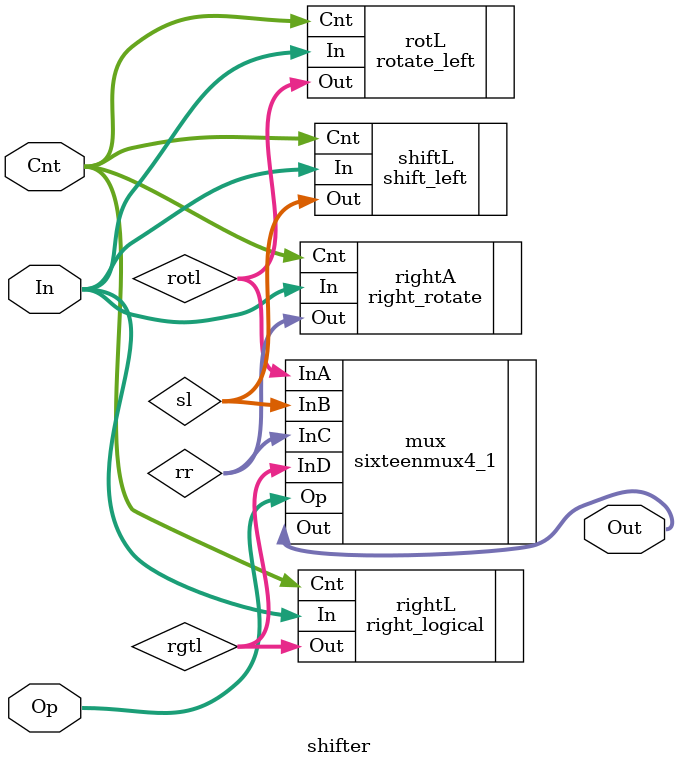
<source format=v>
module shifter (In, Cnt, Op, Out);
   
   input [15:0] In;
   input [3:0]  Cnt;
   input [1:0]  Op;
   output [15:0] Out;
   
   wire [15:0] rotl, sl, rr, rgtl;
   
   rotate_left rotL(.In(In), .Cnt(Cnt), .Out(rotl));
   
   shift_left shiftL(.In(In), .Cnt(Cnt), .Out(sl));
   
   right_rotate rightA(.In(In), .Cnt(Cnt), .Out(rr));
   
   right_logical rightL(.In(In), .Cnt(Cnt), .Out(rgtl));
   
   sixteenmux4_1 mux(.InA(rotl), .InB(sl), .InC(rr), .InD(rgtl), .Op(Op), .Out(Out));
   
   
endmodule


</source>
